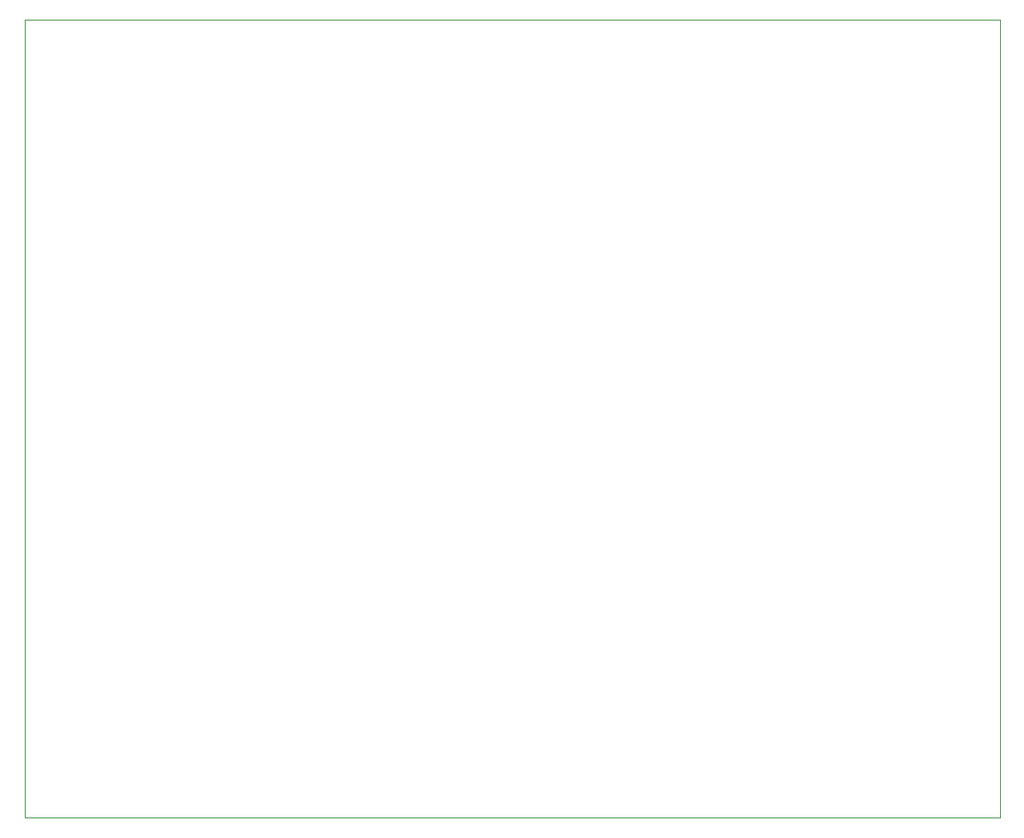
<source format=gbr>
G04 #@! TF.GenerationSoftware,KiCad,Pcbnew,5.1.5-52549c5~84~ubuntu18.04.1*
G04 #@! TF.CreationDate,2020-03-26T22:13:58-06:00*
G04 #@! TF.ProjectId,all-through-hole,616c6c2d-7468-4726-9f75-67682d686f6c,rev?*
G04 #@! TF.SameCoordinates,Original*
G04 #@! TF.FileFunction,Profile,NP*
%FSLAX46Y46*%
G04 Gerber Fmt 4.6, Leading zero omitted, Abs format (unit mm)*
G04 Created by KiCad (PCBNEW 5.1.5-52549c5~84~ubuntu18.04.1) date 2020-03-26 22:13:58*
%MOMM*%
%LPD*%
G04 APERTURE LIST*
%ADD10C,0.050000*%
G04 APERTURE END LIST*
D10*
X179000000Y-116500000D02*
X179000000Y-37500000D01*
X82500000Y-37500000D02*
X179000000Y-37500000D01*
X82500000Y-116500000D02*
X82500000Y-37500000D01*
X82500000Y-116500000D02*
X179000000Y-116500000D01*
M02*

</source>
